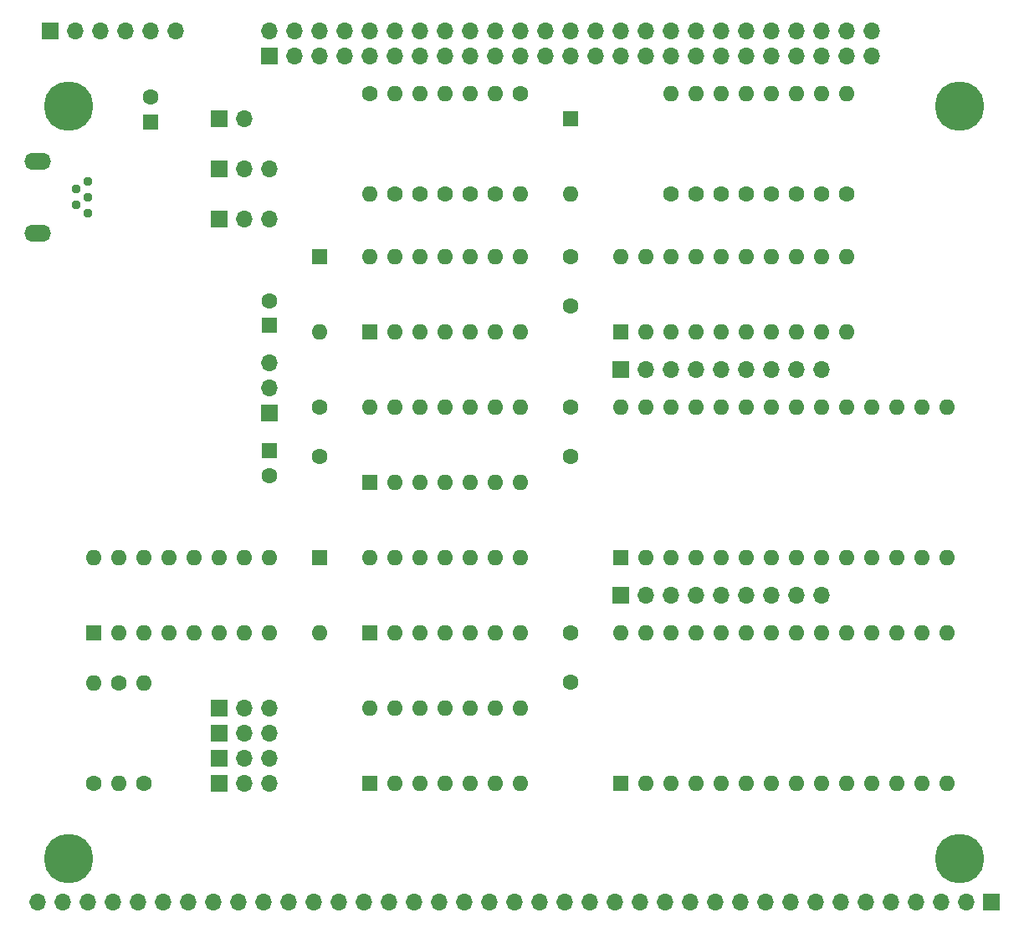
<source format=gts>
G04 #@! TF.GenerationSoftware,KiCad,Pcbnew,(5.1.12)-1*
G04 #@! TF.CreationDate,2021-12-10T02:29:56-05:00*
G04 #@! TF.ProjectId,1802-Mini-Super-Elf-Bus,31383032-2d4d-4696-9e69-2d5375706572,rev?*
G04 #@! TF.SameCoordinates,Original*
G04 #@! TF.FileFunction,Soldermask,Top*
G04 #@! TF.FilePolarity,Negative*
%FSLAX46Y46*%
G04 Gerber Fmt 4.6, Leading zero omitted, Abs format (unit mm)*
G04 Created by KiCad (PCBNEW (5.1.12)-1) date 2021-12-10 02:29:56*
%MOMM*%
%LPD*%
G01*
G04 APERTURE LIST*
%ADD10O,2.700000X1.700000*%
%ADD11C,0.949960*%
%ADD12O,1.600000X1.600000*%
%ADD13R,1.600000X1.600000*%
%ADD14O,1.700000X1.700000*%
%ADD15R,1.700000X1.700000*%
%ADD16C,1.600000*%
%ADD17C,5.000000*%
G04 APERTURE END LIST*
D10*
X101630000Y-70975000D03*
X101630000Y-78275000D03*
D11*
X106680000Y-76225000D03*
X106680000Y-74625000D03*
X106680000Y-73025000D03*
X105480000Y-73825000D03*
X105480000Y-75425000D03*
D12*
X135255000Y-126365000D03*
X150495000Y-133985000D03*
X137795000Y-126365000D03*
X147955000Y-133985000D03*
X140335000Y-126365000D03*
X145415000Y-133985000D03*
X142875000Y-126365000D03*
X142875000Y-133985000D03*
X145415000Y-126365000D03*
X140335000Y-133985000D03*
X147955000Y-126365000D03*
X137795000Y-133985000D03*
X150495000Y-126365000D03*
D13*
X135255000Y-133985000D03*
D12*
X135255000Y-95885000D03*
X150495000Y-103505000D03*
X137795000Y-95885000D03*
X147955000Y-103505000D03*
X140335000Y-95885000D03*
X145415000Y-103505000D03*
X142875000Y-95885000D03*
X142875000Y-103505000D03*
X145415000Y-95885000D03*
X140335000Y-103505000D03*
X147955000Y-95885000D03*
X137795000Y-103505000D03*
X150495000Y-95885000D03*
D13*
X135255000Y-103505000D03*
D14*
X186055000Y-57785000D03*
X186055000Y-60325000D03*
X183515000Y-57785000D03*
X183515000Y-60325000D03*
X180975000Y-57785000D03*
X180975000Y-60325000D03*
X178435000Y-57785000D03*
X178435000Y-60325000D03*
X175895000Y-57785000D03*
X175895000Y-60325000D03*
X173355000Y-57785000D03*
X173355000Y-60325000D03*
X170815000Y-57785000D03*
X170815000Y-60325000D03*
X168275000Y-57785000D03*
X168275000Y-60325000D03*
X165735000Y-57785000D03*
X165735000Y-60325000D03*
X163195000Y-57785000D03*
X163195000Y-60325000D03*
X160655000Y-57785000D03*
X160655000Y-60325000D03*
X158115000Y-57785000D03*
X158115000Y-60325000D03*
X155575000Y-57785000D03*
X155575000Y-60325000D03*
X153035000Y-57785000D03*
X153035000Y-60325000D03*
X150495000Y-57785000D03*
X150495000Y-60325000D03*
X147955000Y-57785000D03*
X147955000Y-60325000D03*
X145415000Y-57785000D03*
X145415000Y-60325000D03*
X142875000Y-57785000D03*
X142875000Y-60325000D03*
X140335000Y-57785000D03*
X140335000Y-60325000D03*
X137795000Y-57785000D03*
X137795000Y-60325000D03*
X135255000Y-57785000D03*
X135255000Y-60325000D03*
X132715000Y-57785000D03*
X132715000Y-60325000D03*
X130175000Y-57785000D03*
X130175000Y-60325000D03*
X127635000Y-57785000D03*
X127635000Y-60325000D03*
X125095000Y-57785000D03*
D15*
X125095000Y-60325000D03*
D14*
X125095000Y-91440000D03*
X125095000Y-93980000D03*
D15*
X125095000Y-96520000D03*
D12*
X107315000Y-111125000D03*
X125095000Y-118745000D03*
X109855000Y-111125000D03*
X122555000Y-118745000D03*
X112395000Y-111125000D03*
X120015000Y-118745000D03*
X114935000Y-111125000D03*
X117475000Y-118745000D03*
X117475000Y-111125000D03*
X114935000Y-118745000D03*
X120015000Y-111125000D03*
X112395000Y-118745000D03*
X122555000Y-111125000D03*
X109855000Y-118745000D03*
X125095000Y-111125000D03*
D13*
X107315000Y-118745000D03*
X160655000Y-111125000D03*
D12*
X193675000Y-95885000D03*
X163195000Y-111125000D03*
X191135000Y-95885000D03*
X165735000Y-111125000D03*
X188595000Y-95885000D03*
X168275000Y-111125000D03*
X186055000Y-95885000D03*
X170815000Y-111125000D03*
X183515000Y-95885000D03*
X173355000Y-111125000D03*
X180975000Y-95885000D03*
X175895000Y-111125000D03*
X178435000Y-95885000D03*
X178435000Y-111125000D03*
X175895000Y-95885000D03*
X180975000Y-111125000D03*
X173355000Y-95885000D03*
X183515000Y-111125000D03*
X170815000Y-95885000D03*
X186055000Y-111125000D03*
X168275000Y-95885000D03*
X188595000Y-111125000D03*
X165735000Y-95885000D03*
X191135000Y-111125000D03*
X163195000Y-95885000D03*
X193675000Y-111125000D03*
X160655000Y-95885000D03*
X135255000Y-80645000D03*
X150495000Y-88265000D03*
X137795000Y-80645000D03*
X147955000Y-88265000D03*
X140335000Y-80645000D03*
X145415000Y-88265000D03*
X142875000Y-80645000D03*
X142875000Y-88265000D03*
X145415000Y-80645000D03*
X140335000Y-88265000D03*
X147955000Y-80645000D03*
X137795000Y-88265000D03*
X150495000Y-80645000D03*
D13*
X135255000Y-88265000D03*
D14*
X125095000Y-76835000D03*
X122555000Y-76835000D03*
D15*
X120015000Y-76835000D03*
X120015000Y-71755000D03*
D14*
X122555000Y-71755000D03*
X125095000Y-71755000D03*
D16*
X113030000Y-64492500D03*
D13*
X113030000Y-66992500D03*
D15*
X102870000Y-57785000D03*
D14*
X105410000Y-57785000D03*
X107950000Y-57785000D03*
X110490000Y-57785000D03*
X113030000Y-57785000D03*
X115570000Y-57785000D03*
X122555000Y-66675000D03*
D15*
X120015000Y-66675000D03*
D12*
X142875000Y-64135000D03*
D16*
X142875000Y-74295000D03*
D12*
X145415000Y-64135000D03*
D16*
X145415000Y-74295000D03*
D12*
X147955000Y-64135000D03*
D16*
X147955000Y-74295000D03*
D12*
X137795000Y-64135000D03*
D16*
X137795000Y-74295000D03*
D12*
X140335000Y-64135000D03*
D16*
X140335000Y-74295000D03*
D12*
X160655000Y-80645000D03*
X183515000Y-88265000D03*
X163195000Y-80645000D03*
X180975000Y-88265000D03*
X165735000Y-80645000D03*
X178435000Y-88265000D03*
X168275000Y-80645000D03*
X175895000Y-88265000D03*
X170815000Y-80645000D03*
X173355000Y-88265000D03*
X173355000Y-80645000D03*
X170815000Y-88265000D03*
X175895000Y-80645000D03*
X168275000Y-88265000D03*
X178435000Y-80645000D03*
X165735000Y-88265000D03*
X180975000Y-80645000D03*
X163195000Y-88265000D03*
X183515000Y-80645000D03*
D13*
X160655000Y-88265000D03*
X135255000Y-118745000D03*
D12*
X150495000Y-111125000D03*
X137795000Y-118745000D03*
X147955000Y-111125000D03*
X140335000Y-118745000D03*
X145415000Y-111125000D03*
X142875000Y-118745000D03*
X142875000Y-111125000D03*
X145415000Y-118745000D03*
X140335000Y-111125000D03*
X147955000Y-118745000D03*
X137795000Y-111125000D03*
X150495000Y-118745000D03*
X135255000Y-111125000D03*
X112395000Y-123825000D03*
D16*
X112395000Y-133985000D03*
D12*
X107315000Y-123825000D03*
D16*
X107315000Y-133985000D03*
D12*
X109855000Y-133985000D03*
D16*
X109855000Y-123825000D03*
D12*
X168275000Y-64135000D03*
D16*
X168275000Y-74295000D03*
D12*
X173355000Y-64135000D03*
D16*
X173355000Y-74295000D03*
D12*
X178435000Y-64135000D03*
D16*
X178435000Y-74295000D03*
D12*
X183515000Y-64135000D03*
D16*
X183515000Y-74295000D03*
D12*
X165735000Y-64135000D03*
D16*
X165735000Y-74295000D03*
D12*
X170815000Y-64135000D03*
D16*
X170815000Y-74295000D03*
D12*
X175895000Y-64135000D03*
D16*
X175895000Y-74295000D03*
D12*
X180975000Y-64135000D03*
D16*
X180975000Y-74295000D03*
D12*
X135255000Y-74295000D03*
D16*
X135255000Y-64135000D03*
D12*
X150495000Y-74295000D03*
D16*
X150495000Y-64135000D03*
D14*
X125095000Y-133985000D03*
X122555000Y-133985000D03*
D15*
X120015000Y-133985000D03*
D14*
X125095000Y-131445000D03*
X122555000Y-131445000D03*
D15*
X120015000Y-131445000D03*
X120015000Y-126365000D03*
D14*
X122555000Y-126365000D03*
X125095000Y-126365000D03*
X125095000Y-128905000D03*
X122555000Y-128905000D03*
D15*
X120015000Y-128905000D03*
D14*
X180975000Y-92075000D03*
X178435000Y-92075000D03*
X175895000Y-92075000D03*
X173355000Y-92075000D03*
X170815000Y-92075000D03*
X168275000Y-92075000D03*
X165735000Y-92075000D03*
X163195000Y-92075000D03*
D15*
X160655000Y-92075000D03*
D14*
X180975000Y-114935000D03*
X178435000Y-114935000D03*
X175895000Y-114935000D03*
X173355000Y-114935000D03*
X170815000Y-114935000D03*
X168275000Y-114935000D03*
X165735000Y-114935000D03*
X163195000Y-114935000D03*
D15*
X160655000Y-114935000D03*
D14*
X101600000Y-146050000D03*
X104140000Y-146050000D03*
X106680000Y-146050000D03*
X109220000Y-146050000D03*
X111760000Y-146050000D03*
X114300000Y-146050000D03*
X116840000Y-146050000D03*
X119380000Y-146050000D03*
X121920000Y-146050000D03*
X124460000Y-146050000D03*
X127000000Y-146050000D03*
X129540000Y-146050000D03*
X132080000Y-146050000D03*
X134620000Y-146050000D03*
X137160000Y-146050000D03*
X139700000Y-146050000D03*
X142240000Y-146050000D03*
X144780000Y-146050000D03*
X147320000Y-146050000D03*
X149860000Y-146050000D03*
X152400000Y-146050000D03*
X154940000Y-146050000D03*
X157480000Y-146050000D03*
X160020000Y-146050000D03*
X162560000Y-146050000D03*
X165100000Y-146050000D03*
X167640000Y-146050000D03*
X170180000Y-146050000D03*
X172720000Y-146050000D03*
X175260000Y-146050000D03*
X177800000Y-146050000D03*
X180340000Y-146050000D03*
X182880000Y-146050000D03*
X185420000Y-146050000D03*
X187960000Y-146050000D03*
X190500000Y-146050000D03*
X193040000Y-146050000D03*
X195580000Y-146050000D03*
D15*
X198120000Y-146050000D03*
D12*
X130175000Y-118745000D03*
D13*
X130175000Y-111125000D03*
D12*
X155575000Y-74295000D03*
D13*
X155575000Y-66675000D03*
D12*
X130175000Y-88265000D03*
D13*
X130175000Y-80645000D03*
D16*
X125095000Y-85130000D03*
D13*
X125095000Y-87630000D03*
D16*
X155575000Y-85645000D03*
X155575000Y-80645000D03*
X130175000Y-100885000D03*
X130175000Y-95885000D03*
X125095000Y-102830000D03*
D13*
X125095000Y-100330000D03*
D16*
X155575000Y-123745000D03*
X155575000Y-118745000D03*
X155575000Y-95885000D03*
X155575000Y-100885000D03*
D12*
X160655000Y-118745000D03*
X193675000Y-133985000D03*
X163195000Y-118745000D03*
X191135000Y-133985000D03*
X165735000Y-118745000D03*
X188595000Y-133985000D03*
X168275000Y-118745000D03*
X186055000Y-133985000D03*
X170815000Y-118745000D03*
X183515000Y-133985000D03*
X173355000Y-118745000D03*
X180975000Y-133985000D03*
X175895000Y-118745000D03*
X178435000Y-133985000D03*
X178435000Y-118745000D03*
X175895000Y-133985000D03*
X180975000Y-118745000D03*
X173355000Y-133985000D03*
X183515000Y-118745000D03*
X170815000Y-133985000D03*
X186055000Y-118745000D03*
X168275000Y-133985000D03*
X188595000Y-118745000D03*
X165735000Y-133985000D03*
X191135000Y-118745000D03*
X163195000Y-133985000D03*
X193675000Y-118745000D03*
D13*
X160655000Y-133985000D03*
D17*
X104775000Y-65405000D03*
X104775000Y-141605000D03*
X194945000Y-65405000D03*
X194945000Y-141605000D03*
M02*

</source>
